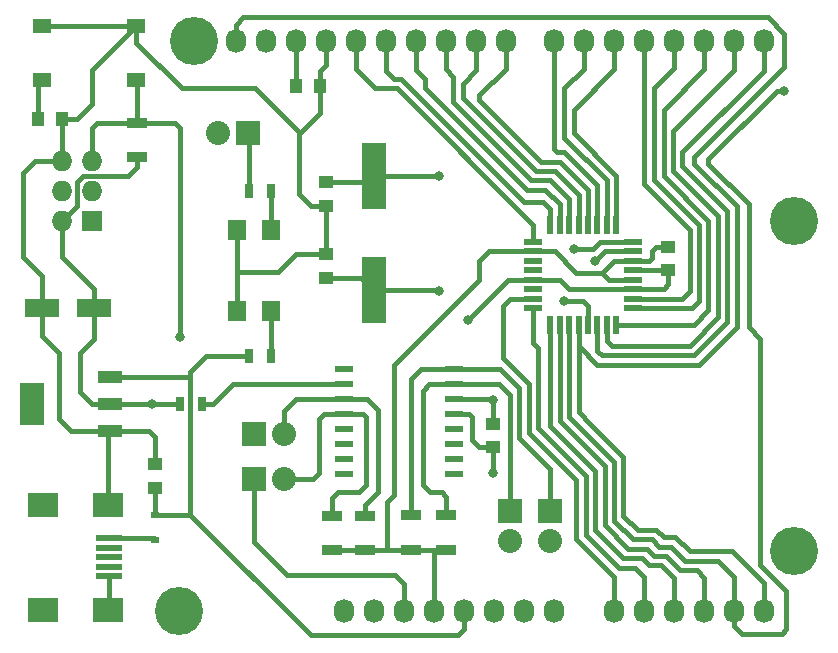
<source format=gtl>
G04 #@! TF.FileFunction,Copper,L1,Top,Signal*
%FSLAX46Y46*%
G04 Gerber Fmt 4.6, Leading zero omitted, Abs format (unit mm)*
G04 Created by KiCad (PCBNEW 4.0.3-stable) date 09/28/16 16:38:51*
%MOMM*%
%LPD*%
G01*
G04 APERTURE LIST*
%ADD10C,0.100000*%
%ADD11O,1.727200X2.032000*%
%ADD12R,2.032000X2.032000*%
%ADD13O,2.032000X2.032000*%
%ADD14C,4.064000*%
%ADD15R,1.250000X1.000000*%
%ADD16R,2.999740X1.600200*%
%ADD17R,1.000000X1.250000*%
%ADD18R,2.032000X3.657600*%
%ADD19R,2.032000X1.016000*%
%ADD20R,1.597660X1.800860*%
%ADD21R,0.800000X0.600000*%
%ADD22R,0.700000X0.600000*%
%ADD23R,0.700000X1.300000*%
%ADD24R,1.700000X0.900000*%
%ADD25R,1.550000X1.300000*%
%ADD26R,2.100580X5.600700*%
%ADD27R,1.727200X1.727200*%
%ADD28O,1.727200X1.727200*%
%ADD29R,2.301240X0.500380*%
%ADD30R,2.499360X1.998980*%
%ADD31R,1.600000X0.550000*%
%ADD32R,0.550000X1.600000*%
%ADD33R,1.500000X0.600000*%
%ADD34C,0.800000*%
%ADD35C,0.400000*%
G04 APERTURE END LIST*
D10*
D11*
X174498000Y-75565000D03*
X171958000Y-75565000D03*
X169418000Y-75565000D03*
X166878000Y-75565000D03*
X164338000Y-75565000D03*
X161798000Y-75565000D03*
X159258000Y-75565000D03*
X156718000Y-75565000D03*
D12*
X156398000Y-115365000D03*
D13*
X156398000Y-117905000D03*
D14*
X124968000Y-123825000D03*
X177038000Y-118745000D03*
X126238000Y-75565000D03*
X177038000Y-90805000D03*
D11*
X161798000Y-123825000D03*
X164338000Y-123825000D03*
X166878000Y-123825000D03*
X169418000Y-123825000D03*
X171958000Y-123825000D03*
X174498000Y-123825000D03*
D15*
X122936000Y-113395000D03*
X122936000Y-111395000D03*
D16*
X117769640Y-98171000D03*
X113370360Y-98171000D03*
D15*
X151598000Y-107965000D03*
X151598000Y-109965000D03*
X137414000Y-87519000D03*
X137414000Y-89519000D03*
D17*
X113046000Y-82169000D03*
X115046000Y-82169000D03*
D15*
X137414000Y-95615000D03*
X137414000Y-93615000D03*
X166398000Y-92965000D03*
X166398000Y-94965000D03*
D17*
X134890000Y-79375000D03*
X136890000Y-79375000D03*
D18*
X112522000Y-106299000D03*
D19*
X119126000Y-106299000D03*
X119126000Y-104013000D03*
X119126000Y-108585000D03*
D11*
X152654000Y-75565000D03*
X150114000Y-75565000D03*
X147574000Y-75565000D03*
X145034000Y-75565000D03*
X142494000Y-75565000D03*
X139954000Y-75565000D03*
X137414000Y-75565000D03*
X134874000Y-75565000D03*
X132334000Y-75565000D03*
X129794000Y-75565000D03*
D12*
X131318000Y-108839000D03*
D13*
X133858000Y-108839000D03*
D12*
X131318000Y-112649000D03*
D13*
X133858000Y-112649000D03*
D12*
X130810000Y-83312000D03*
D13*
X128270000Y-83312000D03*
D12*
X152998000Y-115365000D03*
D13*
X152998000Y-117905000D03*
D20*
X132737860Y-98425000D03*
X129898140Y-98425000D03*
X132737860Y-91567000D03*
X129898140Y-91567000D03*
D21*
X122936000Y-115658000D03*
D22*
X122936000Y-117768000D03*
D23*
X130876000Y-102235000D03*
X132776000Y-102235000D03*
X130876000Y-88265000D03*
X132776000Y-88265000D03*
D24*
X140716000Y-118671000D03*
X140716000Y-115771000D03*
X137922000Y-118671000D03*
X137922000Y-115771000D03*
X144598000Y-115715000D03*
X144598000Y-118615000D03*
X147598000Y-115715000D03*
X147598000Y-118615000D03*
X121412000Y-85397000D03*
X121412000Y-82497000D03*
D25*
X113373000Y-74331000D03*
X121323000Y-74331000D03*
X113373000Y-78831000D03*
X121323000Y-78831000D03*
D26*
X141478000Y-86972140D03*
X141478000Y-96669860D03*
D11*
X138938000Y-123825000D03*
X141478000Y-123825000D03*
X144018000Y-123825000D03*
X146558000Y-123825000D03*
X149098000Y-123825000D03*
X151638000Y-123825000D03*
X154178000Y-123825000D03*
X156718000Y-123825000D03*
D27*
X117602000Y-90805000D03*
D28*
X115062000Y-90805000D03*
X117602000Y-88265000D03*
X115062000Y-88265000D03*
X117602000Y-85725000D03*
X115062000Y-85725000D03*
D29*
X119019320Y-117652800D03*
X119019320Y-118452900D03*
X119019320Y-119253000D03*
X119019320Y-120053100D03*
X119019320Y-120853200D03*
D30*
X118920260Y-114802920D03*
X113421160Y-114802920D03*
X118920260Y-123703080D03*
X113421160Y-123703080D03*
D23*
X125034000Y-106299000D03*
X126934000Y-106299000D03*
D31*
X163448000Y-98165000D03*
X163448000Y-97365000D03*
X163448000Y-96565000D03*
X163448000Y-95765000D03*
X163448000Y-94965000D03*
X163448000Y-94165000D03*
X163448000Y-93365000D03*
X163448000Y-92565000D03*
D32*
X161998000Y-91115000D03*
X161198000Y-91115000D03*
X160398000Y-91115000D03*
X159598000Y-91115000D03*
X158798000Y-91115000D03*
X157998000Y-91115000D03*
X157198000Y-91115000D03*
X156398000Y-91115000D03*
D31*
X154948000Y-92565000D03*
X154948000Y-93365000D03*
X154948000Y-94165000D03*
X154948000Y-94965000D03*
X154948000Y-95765000D03*
X154948000Y-96565000D03*
X154948000Y-97365000D03*
X154948000Y-98165000D03*
D32*
X156398000Y-99615000D03*
X157198000Y-99615000D03*
X157998000Y-99615000D03*
X158798000Y-99615000D03*
X159598000Y-99615000D03*
X160398000Y-99615000D03*
X161198000Y-99615000D03*
X161998000Y-99615000D03*
D33*
X138948000Y-103320000D03*
X138948000Y-104590000D03*
X138948000Y-105860000D03*
X138948000Y-107130000D03*
X138948000Y-108400000D03*
X138948000Y-109670000D03*
X138948000Y-110940000D03*
X138948000Y-112210000D03*
X148248000Y-112210000D03*
X148248000Y-110940000D03*
X148248000Y-109670000D03*
X148248000Y-108400000D03*
X148248000Y-107130000D03*
X148248000Y-105860000D03*
X148248000Y-104590000D03*
X148248000Y-103320000D03*
D34*
X149398000Y-99165000D03*
X151598000Y-112165000D03*
X122682000Y-106299000D03*
X176198000Y-79765000D03*
X151598000Y-105965000D03*
X146998000Y-86965000D03*
X158398000Y-93165000D03*
X157598000Y-97565000D03*
X125095000Y-100584000D03*
X160198000Y-94165000D03*
X146998000Y-96765000D03*
D35*
X119126000Y-104013000D02*
X125945000Y-104013000D01*
X125945000Y-115658000D02*
X125945000Y-104013000D01*
X125945000Y-104013000D02*
X125945000Y-103544000D01*
X125945000Y-103544000D02*
X125984000Y-103505000D01*
X127254000Y-102235000D02*
X130876000Y-102235000D01*
X125984000Y-103505000D02*
X127254000Y-102235000D01*
X149098000Y-123825000D02*
X149098000Y-125349000D01*
X125945000Y-115658000D02*
X122936000Y-115658000D01*
X136144000Y-125857000D02*
X125945000Y-115658000D01*
X148590000Y-125857000D02*
X136144000Y-125857000D01*
X149098000Y-125349000D02*
X148590000Y-125857000D01*
X122936000Y-115658000D02*
X122936000Y-113395000D01*
X154948000Y-95765000D02*
X152798000Y-95765000D01*
X152798000Y-95765000D02*
X149398000Y-99165000D01*
X121323000Y-74331000D02*
X121323000Y-75690000D01*
X131398000Y-79565000D02*
X135200000Y-83367000D01*
X125198000Y-79565000D02*
X131398000Y-79565000D01*
X121323000Y-75690000D02*
X125198000Y-79565000D01*
X151598000Y-109965000D02*
X151598000Y-112165000D01*
X148248000Y-107130000D02*
X149563000Y-107130000D01*
X150398000Y-109965000D02*
X151598000Y-109965000D01*
X149798000Y-109365000D02*
X150398000Y-109965000D01*
X149798000Y-107365000D02*
X149798000Y-109365000D01*
X149563000Y-107130000D02*
X149798000Y-107365000D01*
X163448000Y-96565000D02*
X157998000Y-96565000D01*
X157998000Y-96565000D02*
X157198000Y-95765000D01*
X157198000Y-95765000D02*
X154948000Y-95765000D01*
X163448000Y-94965000D02*
X166398000Y-94965000D01*
X163448000Y-96565000D02*
X165998000Y-96565000D01*
X166398000Y-96165000D02*
X166398000Y-94965000D01*
X165998000Y-96565000D02*
X166398000Y-96165000D01*
X129898140Y-95123000D02*
X133350000Y-95123000D01*
X134858000Y-93615000D02*
X137414000Y-93615000D01*
X133350000Y-95123000D02*
X134858000Y-93615000D01*
X129898140Y-98425000D02*
X129898140Y-95123000D01*
X129898140Y-95123000D02*
X129898140Y-91567000D01*
X115046000Y-82169000D02*
X116332000Y-82169000D01*
X116332000Y-82169000D02*
X117602000Y-80899000D01*
X117602000Y-80899000D02*
X117602000Y-78052000D01*
X117602000Y-78052000D02*
X121323000Y-74331000D01*
X113373000Y-74331000D02*
X121323000Y-74331000D01*
X115046000Y-82169000D02*
X115062000Y-82169000D01*
X137414000Y-89519000D02*
X136128000Y-89519000D01*
X136128000Y-89519000D02*
X135128000Y-88519000D01*
X135128000Y-88519000D02*
X135128000Y-83693000D01*
X135128000Y-83693000D02*
X135128000Y-83439000D01*
X135128000Y-83439000D02*
X135200000Y-83367000D01*
X135890000Y-82677000D02*
X136017000Y-82550000D01*
X135200000Y-83367000D02*
X135890000Y-82677000D01*
X136017000Y-82550000D02*
X136890000Y-81677000D01*
X136890000Y-81677000D02*
X136890000Y-79375000D01*
X119126000Y-108585000D02*
X115824000Y-108585000D01*
X113370360Y-100543360D02*
X113370360Y-98171000D01*
X114808000Y-101981000D02*
X113370360Y-100543360D01*
X114808000Y-107569000D02*
X114808000Y-101981000D01*
X115824000Y-108585000D02*
X114808000Y-107569000D01*
X113370360Y-98171000D02*
X113370360Y-95463360D01*
X112776000Y-85725000D02*
X115062000Y-85725000D01*
X111760000Y-86741000D02*
X112776000Y-85725000D01*
X111760000Y-93853000D02*
X111760000Y-86741000D01*
X113370360Y-95463360D02*
X111760000Y-93853000D01*
X115062000Y-85725000D02*
X115062000Y-82185000D01*
X115062000Y-82185000D02*
X115046000Y-82169000D01*
X122936000Y-111395000D02*
X122936000Y-109093000D01*
X122428000Y-108585000D02*
X119126000Y-108585000D01*
X122936000Y-109093000D02*
X122428000Y-108585000D01*
X118920260Y-114802920D02*
X118920260Y-108790740D01*
X118920260Y-108790740D02*
X119126000Y-108585000D01*
X119019320Y-120853200D02*
X119019320Y-123604020D01*
X119019320Y-123604020D02*
X118920260Y-123703080D01*
X151892000Y-123571000D02*
X151638000Y-123825000D01*
X136890000Y-79375000D02*
X136890000Y-78121000D01*
X136890000Y-78121000D02*
X137414000Y-77597000D01*
X137414000Y-77597000D02*
X137414000Y-75565000D01*
X137414000Y-93615000D02*
X137414000Y-91565000D01*
X137414000Y-91565000D02*
X137414000Y-89519000D01*
X142598000Y-118615000D02*
X142598000Y-114565000D01*
X151198000Y-93365000D02*
X154948000Y-93365000D01*
X150398000Y-94165000D02*
X151198000Y-93365000D01*
X150398000Y-95765000D02*
X150398000Y-94165000D01*
X143198000Y-102965000D02*
X150398000Y-95765000D01*
X143198000Y-113965000D02*
X143198000Y-102965000D01*
X142598000Y-114565000D02*
X143198000Y-113965000D01*
X146558000Y-123825000D02*
X146558000Y-118615000D01*
X137922000Y-118671000D02*
X140716000Y-118671000D01*
X140716000Y-118671000D02*
X140772000Y-118615000D01*
X140772000Y-118615000D02*
X142598000Y-118615000D01*
X142598000Y-118615000D02*
X146558000Y-118615000D01*
X146558000Y-118615000D02*
X147598000Y-118615000D01*
X163448000Y-95765000D02*
X161398000Y-95765000D01*
X161398000Y-95765000D02*
X160798000Y-95165000D01*
X163448000Y-94165000D02*
X164798000Y-94165000D01*
X165398000Y-92965000D02*
X166398000Y-92965000D01*
X164998000Y-93365000D02*
X165398000Y-92965000D01*
X164998000Y-93965000D02*
X164998000Y-93365000D01*
X164798000Y-94165000D02*
X164998000Y-93965000D01*
X163448000Y-94165000D02*
X161798000Y-94165000D01*
X156798000Y-93365000D02*
X154948000Y-93365000D01*
X158598000Y-95165000D02*
X156798000Y-93365000D01*
X160798000Y-95165000D02*
X158598000Y-95165000D01*
X161798000Y-94165000D02*
X160798000Y-95165000D01*
X121412000Y-85397000D02*
X121412000Y-86233000D01*
X121412000Y-85397000D02*
X121412000Y-85725000D01*
X121412000Y-86233000D02*
X120650000Y-86995000D01*
X120650000Y-86995000D02*
X116840000Y-86995000D01*
X116840000Y-86995000D02*
X116332000Y-87503000D01*
X116332000Y-87503000D02*
X116332000Y-89535000D01*
X116332000Y-89535000D02*
X115062000Y-90805000D01*
X119126000Y-106299000D02*
X122428000Y-106299000D01*
X122428000Y-106299000D02*
X122682000Y-106299000D01*
X122682000Y-106299000D02*
X125034000Y-106299000D01*
X115062000Y-93853000D02*
X115062000Y-90805000D01*
X117769640Y-96560640D02*
X115062000Y-93853000D01*
X146304000Y-123571000D02*
X146558000Y-123825000D01*
X117769640Y-98171000D02*
X117769640Y-96560640D01*
X117769640Y-98171000D02*
X117769640Y-100797360D01*
X117602000Y-106299000D02*
X119126000Y-106299000D01*
X116586000Y-105283000D02*
X117602000Y-106299000D01*
X116586000Y-101981000D02*
X116586000Y-105283000D01*
X117769640Y-100797360D02*
X116586000Y-101981000D01*
X161798000Y-123825000D02*
X161798000Y-120965000D01*
X152998000Y-97365000D02*
X154948000Y-97365000D01*
X152398000Y-97965000D02*
X152998000Y-97365000D01*
X152398000Y-102365000D02*
X152398000Y-97965000D01*
X154598000Y-104565000D02*
X152398000Y-102365000D01*
X154598000Y-108765000D02*
X154598000Y-104565000D01*
X158598000Y-112765000D02*
X154598000Y-108765000D01*
X158598000Y-117765000D02*
X158598000Y-112765000D01*
X161798000Y-120965000D02*
X158598000Y-117765000D01*
X164338000Y-123825000D02*
X164338000Y-120905000D01*
X154948000Y-101115000D02*
X154948000Y-98165000D01*
X155398000Y-101565000D02*
X154948000Y-101115000D01*
X155398000Y-108365000D02*
X155398000Y-101565000D01*
X157598000Y-110565000D02*
X155398000Y-108365000D01*
X159398000Y-112365000D02*
X157598000Y-110565000D01*
X159398000Y-117365000D02*
X159398000Y-112365000D01*
X162198000Y-120165000D02*
X159398000Y-117365000D01*
X163598000Y-120165000D02*
X162198000Y-120165000D01*
X164338000Y-120905000D02*
X163598000Y-120165000D01*
X166878000Y-123825000D02*
X166878000Y-121045000D01*
X156398000Y-108165000D02*
X156398000Y-99615000D01*
X160198000Y-111965000D02*
X156398000Y-108165000D01*
X160198000Y-116965000D02*
X160198000Y-111965000D01*
X162598000Y-119365000D02*
X160198000Y-116965000D01*
X164198000Y-119365000D02*
X162598000Y-119365000D01*
X164798000Y-119965000D02*
X164198000Y-119365000D01*
X165798000Y-119965000D02*
X164798000Y-119965000D01*
X166878000Y-121045000D02*
X165798000Y-119965000D01*
X169418000Y-123825000D02*
X169418000Y-120985000D01*
X157198000Y-107765000D02*
X157198000Y-99615000D01*
X160998000Y-111565000D02*
X157198000Y-107765000D01*
X160998000Y-116565000D02*
X160998000Y-111565000D01*
X162998000Y-118565000D02*
X160998000Y-116565000D01*
X164598000Y-118565000D02*
X162998000Y-118565000D01*
X165198000Y-119165000D02*
X164598000Y-118565000D01*
X166198000Y-119165000D02*
X165198000Y-119165000D01*
X167398000Y-120365000D02*
X166198000Y-119165000D01*
X168798000Y-120365000D02*
X167398000Y-120365000D01*
X169418000Y-120985000D02*
X168798000Y-120365000D01*
X171958000Y-123825000D02*
X171958000Y-125125000D01*
X175598000Y-79765000D02*
X176198000Y-79765000D01*
X169798000Y-85565000D02*
X175598000Y-79765000D01*
X169798000Y-85965000D02*
X169798000Y-85565000D01*
X173198000Y-89365000D02*
X169798000Y-85965000D01*
X173198000Y-99765000D02*
X173198000Y-89365000D01*
X174198000Y-100765000D02*
X173198000Y-99765000D01*
X174198000Y-119965000D02*
X174198000Y-100765000D01*
X176398000Y-122165000D02*
X174198000Y-119965000D01*
X176398000Y-125365000D02*
X176398000Y-122165000D01*
X175998000Y-125765000D02*
X176398000Y-125365000D01*
X172598000Y-125765000D02*
X175998000Y-125765000D01*
X171958000Y-125125000D02*
X172598000Y-125765000D01*
X171958000Y-123825000D02*
X171958000Y-120925000D01*
X157998000Y-107365000D02*
X157998000Y-99615000D01*
X161798000Y-111165000D02*
X157998000Y-107365000D01*
X161798000Y-116165000D02*
X161798000Y-111165000D01*
X163398000Y-117765000D02*
X161798000Y-116165000D01*
X164998000Y-117765000D02*
X163398000Y-117765000D01*
X165598000Y-118365000D02*
X164998000Y-117765000D01*
X166598000Y-118365000D02*
X165598000Y-118365000D01*
X167798000Y-119565000D02*
X166598000Y-118365000D01*
X170598000Y-119565000D02*
X167798000Y-119565000D01*
X171958000Y-120925000D02*
X170598000Y-119565000D01*
X174498000Y-123825000D02*
X174498000Y-121465000D01*
X158798000Y-106965000D02*
X158798000Y-99615000D01*
X159798000Y-107965000D02*
X158798000Y-106965000D01*
X162598000Y-110765000D02*
X159798000Y-107965000D01*
X162598000Y-115765000D02*
X162598000Y-110765000D01*
X163798000Y-116965000D02*
X162598000Y-115765000D01*
X165398000Y-116965000D02*
X163798000Y-116965000D01*
X165998000Y-117565000D02*
X165398000Y-116965000D01*
X166998000Y-117565000D02*
X165998000Y-117565000D01*
X168198000Y-118765000D02*
X166998000Y-117565000D01*
X171798000Y-118765000D02*
X168198000Y-118765000D01*
X174498000Y-121465000D02*
X171798000Y-118765000D01*
X129794000Y-75565000D02*
X129794000Y-74169000D01*
X129794000Y-74169000D02*
X130398000Y-73565000D01*
X130398000Y-73565000D02*
X174798000Y-73565000D01*
X174798000Y-73565000D02*
X176198000Y-74965000D01*
X176198000Y-74965000D02*
X176198000Y-77765000D01*
X176198000Y-77765000D02*
X168598000Y-85365000D01*
X168598000Y-85365000D02*
X168598000Y-85965000D01*
X168598000Y-85965000D02*
X172198000Y-89565000D01*
X172198000Y-89565000D02*
X172198000Y-99765000D01*
X172198000Y-99765000D02*
X168998000Y-102965000D01*
X168998000Y-102965000D02*
X160398000Y-102965000D01*
X160398000Y-102965000D02*
X158798000Y-101365000D01*
X158798000Y-101365000D02*
X158798000Y-99615000D01*
X151598000Y-105965000D02*
X151598000Y-107965000D01*
X148248000Y-105860000D02*
X151493000Y-105860000D01*
X151493000Y-105860000D02*
X151598000Y-105965000D01*
X163448000Y-92565000D02*
X160598000Y-92565000D01*
X146990860Y-86972140D02*
X141478000Y-86972140D01*
X146998000Y-86965000D02*
X146990860Y-86972140D01*
X159998000Y-93165000D02*
X158398000Y-93165000D01*
X160598000Y-92565000D02*
X159998000Y-93165000D01*
X137414000Y-87519000D02*
X140931140Y-87519000D01*
X140931140Y-87519000D02*
X141478000Y-86972140D01*
X159598000Y-99615000D02*
X159598000Y-97965000D01*
X159198000Y-97565000D02*
X157598000Y-97565000D01*
X159598000Y-97965000D02*
X159198000Y-97565000D01*
X125095000Y-82931000D02*
X125095000Y-100584000D01*
X124661000Y-82497000D02*
X125095000Y-82931000D01*
X121412000Y-82497000D02*
X124661000Y-82497000D01*
X144018000Y-123825000D02*
X144018000Y-121539000D01*
X144018000Y-121539000D02*
X143256000Y-120777000D01*
X143256000Y-120777000D02*
X134112000Y-120777000D01*
X134112000Y-120777000D02*
X131318000Y-117983000D01*
X131318000Y-117983000D02*
X131318000Y-112649000D01*
X121412000Y-82497000D02*
X121412000Y-78920000D01*
X121412000Y-78920000D02*
X121323000Y-78831000D01*
X113046000Y-82169000D02*
X113046000Y-79158000D01*
X113046000Y-79158000D02*
X113373000Y-78831000D01*
X117602000Y-85725000D02*
X117602000Y-82931000D01*
X117602000Y-82931000D02*
X118036000Y-82497000D01*
X118036000Y-82497000D02*
X121412000Y-82497000D01*
X141478000Y-96669860D02*
X146902860Y-96669860D01*
X160998000Y-93365000D02*
X163448000Y-93365000D01*
X160198000Y-94165000D02*
X160998000Y-93365000D01*
X146902860Y-96669860D02*
X146998000Y-96765000D01*
X137414000Y-95615000D02*
X140423140Y-95615000D01*
X140423140Y-95615000D02*
X141478000Y-96669860D01*
X134890000Y-79375000D02*
X134890000Y-75581000D01*
X134890000Y-75581000D02*
X134874000Y-75565000D01*
X119019320Y-117652800D02*
X122820800Y-117652800D01*
X122820800Y-117652800D02*
X122936000Y-117768000D01*
X142494000Y-75565000D02*
X142494000Y-78061000D01*
X156398000Y-89765000D02*
X156398000Y-91115000D01*
X155798000Y-89165000D02*
X156398000Y-89765000D01*
X154198000Y-89165000D02*
X155798000Y-89165000D01*
X143798000Y-78765000D02*
X154198000Y-89165000D01*
X143198000Y-78765000D02*
X143798000Y-78765000D01*
X142494000Y-78061000D02*
X143198000Y-78765000D01*
X154948000Y-92565000D02*
X154948000Y-91115000D01*
X139954000Y-77921000D02*
X139954000Y-75565000D01*
X141598000Y-79565000D02*
X139954000Y-77921000D01*
X143398000Y-79565000D02*
X141598000Y-79565000D01*
X154948000Y-91115000D02*
X143398000Y-79565000D01*
X145034000Y-75565000D02*
X145034000Y-78001000D01*
X157198000Y-89365000D02*
X157198000Y-91115000D01*
X155998000Y-88165000D02*
X157198000Y-89365000D01*
X154398000Y-88165000D02*
X155998000Y-88165000D01*
X145798000Y-79565000D02*
X154398000Y-88165000D01*
X145798000Y-78765000D02*
X145798000Y-79565000D01*
X145034000Y-78001000D02*
X145798000Y-78765000D01*
X144998000Y-75601000D02*
X145034000Y-75565000D01*
X140716000Y-115771000D02*
X140716000Y-114847000D01*
X140893000Y-105860000D02*
X138948000Y-105860000D01*
X141798000Y-106765000D02*
X140893000Y-105860000D01*
X141798000Y-113765000D02*
X141798000Y-106765000D01*
X140716000Y-114847000D02*
X141798000Y-113765000D01*
X138948000Y-105860000D02*
X134903000Y-105860000D01*
X134903000Y-105860000D02*
X133858000Y-106905000D01*
X133858000Y-106905000D02*
X133858000Y-108839000D01*
X140716000Y-115771000D02*
X140792000Y-115771000D01*
X140896000Y-115771000D02*
X140716000Y-115771000D01*
X140716000Y-115771000D02*
X140896000Y-115771000D01*
X137922000Y-115771000D02*
X137922000Y-114241000D01*
X140563000Y-107130000D02*
X138948000Y-107130000D01*
X140798000Y-107365000D02*
X140563000Y-107130000D01*
X140798000Y-113165000D02*
X140798000Y-107365000D01*
X140198000Y-113765000D02*
X140798000Y-113165000D01*
X138398000Y-113765000D02*
X140198000Y-113765000D01*
X137922000Y-114241000D02*
X138398000Y-113765000D01*
X138948000Y-107130000D02*
X137233000Y-107130000D01*
X136314000Y-112649000D02*
X133858000Y-112649000D01*
X136798000Y-112165000D02*
X136314000Y-112649000D01*
X136798000Y-107565000D02*
X136798000Y-112165000D01*
X137233000Y-107130000D02*
X136798000Y-107565000D01*
X164338000Y-75565000D02*
X164338000Y-87705000D01*
X167598000Y-97365000D02*
X163448000Y-97365000D01*
X168198000Y-96765000D02*
X167598000Y-97365000D01*
X168198000Y-91565000D02*
X168198000Y-96765000D01*
X164338000Y-87705000D02*
X168198000Y-91565000D01*
X169418000Y-75565000D02*
X169418000Y-77945000D01*
X169418000Y-77945000D02*
X165998000Y-81365000D01*
X165998000Y-81365000D02*
X165998000Y-86965000D01*
X165998000Y-86965000D02*
X169798000Y-90765000D01*
X169798000Y-90765000D02*
X169798000Y-98365000D01*
X169798000Y-98365000D02*
X168548000Y-99615000D01*
X168548000Y-99615000D02*
X161998000Y-99615000D01*
X156718000Y-75565000D02*
X156718000Y-84685000D01*
X160398000Y-87765000D02*
X160398000Y-91115000D01*
X157598000Y-84965000D02*
X160398000Y-87765000D01*
X156998000Y-84965000D02*
X157598000Y-84965000D01*
X156718000Y-84685000D02*
X156998000Y-84965000D01*
X152654000Y-75565000D02*
X152654000Y-77909000D01*
X159598000Y-88165000D02*
X159598000Y-91115000D01*
X157198000Y-85765000D02*
X159598000Y-88165000D01*
X155598000Y-85765000D02*
X157198000Y-85765000D01*
X150398000Y-80565000D02*
X155598000Y-85765000D01*
X150398000Y-80165000D02*
X150398000Y-80565000D01*
X152654000Y-77909000D02*
X150398000Y-80165000D01*
X150114000Y-75565000D02*
X150114000Y-78049000D01*
X158798000Y-88565000D02*
X158798000Y-91115000D01*
X156798000Y-86565000D02*
X158798000Y-88565000D01*
X155198000Y-86565000D02*
X156798000Y-86565000D01*
X148998000Y-80365000D02*
X155198000Y-86565000D01*
X148998000Y-79165000D02*
X148998000Y-80365000D01*
X150114000Y-78049000D02*
X148998000Y-79165000D01*
X147574000Y-75565000D02*
X147574000Y-77941000D01*
X157998000Y-88965000D02*
X157998000Y-91115000D01*
X156398000Y-87365000D02*
X157998000Y-88965000D01*
X154798000Y-87365000D02*
X156398000Y-87365000D01*
X148198000Y-80765000D02*
X154798000Y-87365000D01*
X148198000Y-78565000D02*
X148198000Y-80765000D01*
X147574000Y-77941000D02*
X148198000Y-78565000D01*
X130876000Y-88265000D02*
X130876000Y-83378000D01*
X130876000Y-83378000D02*
X130810000Y-83312000D01*
X132776000Y-102235000D02*
X132776000Y-98463140D01*
X132776000Y-98463140D02*
X132737860Y-98425000D01*
X132737860Y-91567000D02*
X132737860Y-88303140D01*
X132737860Y-88303140D02*
X132776000Y-88265000D01*
X126934000Y-106299000D02*
X127864000Y-106299000D01*
X129573000Y-104590000D02*
X138948000Y-104590000D01*
X127864000Y-106299000D02*
X129573000Y-104590000D01*
X166878000Y-75565000D02*
X166878000Y-77885000D01*
X168398000Y-98165000D02*
X163448000Y-98165000D01*
X168998000Y-97565000D02*
X168398000Y-98165000D01*
X168998000Y-91165000D02*
X168998000Y-97565000D01*
X165198000Y-87365000D02*
X168998000Y-91165000D01*
X165198000Y-79565000D02*
X165198000Y-87365000D01*
X166878000Y-77885000D02*
X165198000Y-79565000D01*
X161798000Y-75565000D02*
X161798000Y-77965000D01*
X161998000Y-86965000D02*
X161998000Y-91115000D01*
X158398000Y-83365000D02*
X161998000Y-86965000D01*
X158398000Y-81365000D02*
X158398000Y-83365000D01*
X161798000Y-77965000D02*
X158398000Y-81365000D01*
X159258000Y-75565000D02*
X159258000Y-77905000D01*
X161198000Y-87365000D02*
X161198000Y-91115000D01*
X157598000Y-83765000D02*
X161198000Y-87365000D01*
X157598000Y-79565000D02*
X157598000Y-83765000D01*
X159258000Y-77905000D02*
X157598000Y-79565000D01*
X174498000Y-75565000D02*
X174498000Y-78065000D01*
X160398000Y-101765000D02*
X160398000Y-99615000D01*
X160798000Y-102165000D02*
X160398000Y-101765000D01*
X168598000Y-102165000D02*
X160798000Y-102165000D01*
X171398000Y-99365000D02*
X168598000Y-102165000D01*
X171398000Y-95365000D02*
X171398000Y-99365000D01*
X171398000Y-89965000D02*
X171398000Y-95365000D01*
X167598000Y-86165000D02*
X171398000Y-89965000D01*
X167598000Y-84965000D02*
X167598000Y-86165000D01*
X174498000Y-78065000D02*
X167598000Y-84965000D01*
X174198000Y-75865000D02*
X174498000Y-75565000D01*
X171958000Y-75565000D02*
X171958000Y-78005000D01*
X161198000Y-100965000D02*
X161198000Y-99615000D01*
X161598000Y-101365000D02*
X161198000Y-100965000D01*
X168198000Y-101365000D02*
X161598000Y-101365000D01*
X170598000Y-98965000D02*
X168198000Y-101365000D01*
X170598000Y-90365000D02*
X170598000Y-98965000D01*
X166798000Y-86565000D02*
X170598000Y-90365000D01*
X166798000Y-83165000D02*
X166798000Y-86565000D01*
X171958000Y-78005000D02*
X166798000Y-83165000D01*
X144598000Y-115715000D02*
X144598000Y-104165000D01*
X145443000Y-103320000D02*
X148248000Y-103320000D01*
X144598000Y-104165000D02*
X145443000Y-103320000D01*
X156398000Y-115365000D02*
X156398000Y-113965000D01*
X152153000Y-103320000D02*
X153798000Y-104965000D01*
X153798000Y-104965000D02*
X153798000Y-109165000D01*
X153798000Y-109165000D02*
X156398000Y-111765000D01*
X156398000Y-111765000D02*
X156398000Y-113965000D01*
X152153000Y-103320000D02*
X148248000Y-103320000D01*
X148293000Y-103365000D02*
X148248000Y-103320000D01*
X147598000Y-115715000D02*
X147598000Y-114165000D01*
X146173000Y-104590000D02*
X148248000Y-104590000D01*
X145598000Y-105165000D02*
X146173000Y-104590000D01*
X145598000Y-113165000D02*
X145598000Y-105165000D01*
X146198000Y-113765000D02*
X145598000Y-113165000D01*
X147198000Y-113765000D02*
X146198000Y-113765000D01*
X147598000Y-114165000D02*
X147198000Y-113765000D01*
X152998000Y-115365000D02*
X152998000Y-113965000D01*
X152023000Y-104590000D02*
X152998000Y-105565000D01*
X152998000Y-105565000D02*
X152998000Y-113965000D01*
X152023000Y-104590000D02*
X148248000Y-104590000D01*
M02*

</source>
